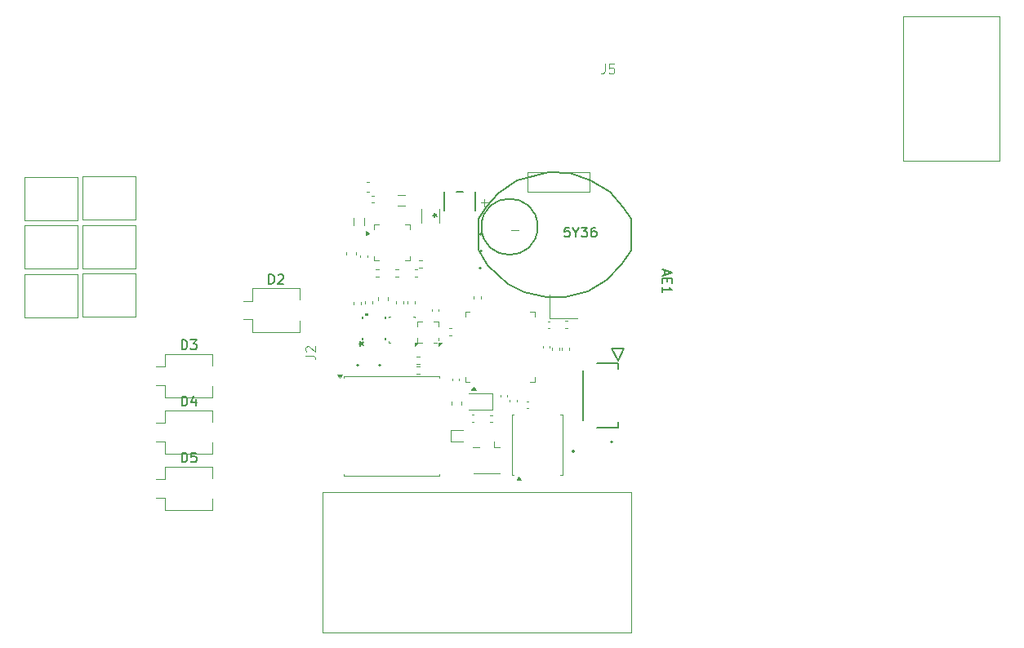
<source format=gbr>
%TF.GenerationSoftware,KiCad,Pcbnew,9.0.5*%
%TF.CreationDate,2025-10-31T14:43:10-07:00*%
%TF.ProjectId,digi_watch,64696769-5f77-4617-9463-682e6b696361,rev?*%
%TF.SameCoordinates,Original*%
%TF.FileFunction,Legend,Top*%
%TF.FilePolarity,Positive*%
%FSLAX46Y46*%
G04 Gerber Fmt 4.6, Leading zero omitted, Abs format (unit mm)*
G04 Created by KiCad (PCBNEW 9.0.5) date 2025-10-31 14:43:10*
%MOMM*%
%LPD*%
G01*
G04 APERTURE LIST*
%ADD10C,0.100000*%
%ADD11C,0.153000*%
%ADD12C,0.150000*%
%ADD13C,0.120000*%
%ADD14C,0.200000*%
%ADD15C,0.152400*%
%ADD16C,0.000000*%
G04 APERTURE END LIST*
D10*
X80450000Y-90750000D02*
X85950000Y-90750000D01*
X85950000Y-95250000D01*
X80450000Y-95250000D01*
X80450000Y-90750000D01*
X86450000Y-80625000D02*
X91950000Y-80625000D01*
X91950000Y-85125000D01*
X86450000Y-85125000D01*
X86450000Y-80625000D01*
D11*
X133606888Y-85850000D02*
G75*
G02*
X127793112Y-85850000I-2906888J0D01*
G01*
X127793112Y-85850000D02*
G75*
G02*
X133606888Y-85850000I2906888J0D01*
G01*
D10*
X111300000Y-113400000D02*
X143300000Y-113400000D01*
X143300000Y-127900000D01*
X111300000Y-127900000D01*
X111300000Y-113400000D01*
X132600000Y-80150000D02*
X139000000Y-80150000D01*
X139000000Y-82200000D01*
X132600000Y-82200000D01*
X132600000Y-80150000D01*
X80450000Y-80687500D02*
X85950000Y-80687500D01*
X85950000Y-85187500D01*
X80450000Y-85187500D01*
X80450000Y-80687500D01*
X86450000Y-90687500D02*
X91950000Y-90687500D01*
X91950000Y-95187500D01*
X86450000Y-95187500D01*
X86450000Y-90687500D01*
X80450000Y-85687500D02*
X85950000Y-85687500D01*
X85950000Y-90187500D01*
X80450000Y-90187500D01*
X80450000Y-85687500D01*
X86450000Y-85687500D02*
X91950000Y-85687500D01*
X91950000Y-90187500D01*
X86450000Y-90187500D01*
X86450000Y-85687500D01*
D11*
X137000000Y-80250000D02*
X139100000Y-81050000D01*
X141100000Y-82250000D01*
X142500000Y-83850000D01*
X143300000Y-85050000D01*
X143295086Y-88354914D01*
X142300000Y-89750000D01*
X140800000Y-91350000D01*
X138800000Y-92550000D01*
X136500000Y-93150000D01*
X134500000Y-93150000D01*
X132200000Y-92650000D01*
X130500000Y-91750000D01*
X128400000Y-89850000D01*
X127500000Y-88250000D01*
X127500000Y-85050000D01*
X128300000Y-83750000D01*
X129500000Y-82350000D01*
X131500000Y-81050000D01*
X134800000Y-80150000D01*
X137000000Y-80250000D01*
D10*
X171500000Y-64000000D02*
X181500000Y-64000000D01*
X181500000Y-79000000D01*
X171500000Y-79000000D01*
X171500000Y-64000000D01*
X127703884Y-83341466D02*
X128465789Y-83341466D01*
X128084836Y-83722419D02*
X128084836Y-82960514D01*
D11*
X136914942Y-85919663D02*
X136438752Y-85919663D01*
X136438752Y-85919663D02*
X136391133Y-86395853D01*
X136391133Y-86395853D02*
X136438752Y-86348234D01*
X136438752Y-86348234D02*
X136533990Y-86300615D01*
X136533990Y-86300615D02*
X136772085Y-86300615D01*
X136772085Y-86300615D02*
X136867323Y-86348234D01*
X136867323Y-86348234D02*
X136914942Y-86395853D01*
X136914942Y-86395853D02*
X136962561Y-86491091D01*
X136962561Y-86491091D02*
X136962561Y-86729186D01*
X136962561Y-86729186D02*
X136914942Y-86824424D01*
X136914942Y-86824424D02*
X136867323Y-86872044D01*
X136867323Y-86872044D02*
X136772085Y-86919663D01*
X136772085Y-86919663D02*
X136533990Y-86919663D01*
X136533990Y-86919663D02*
X136438752Y-86872044D01*
X136438752Y-86872044D02*
X136391133Y-86824424D01*
X137581609Y-86443472D02*
X137581609Y-86919663D01*
X137248276Y-85919663D02*
X137581609Y-86443472D01*
X137581609Y-86443472D02*
X137914942Y-85919663D01*
X138153038Y-85919663D02*
X138772085Y-85919663D01*
X138772085Y-85919663D02*
X138438752Y-86300615D01*
X138438752Y-86300615D02*
X138581609Y-86300615D01*
X138581609Y-86300615D02*
X138676847Y-86348234D01*
X138676847Y-86348234D02*
X138724466Y-86395853D01*
X138724466Y-86395853D02*
X138772085Y-86491091D01*
X138772085Y-86491091D02*
X138772085Y-86729186D01*
X138772085Y-86729186D02*
X138724466Y-86824424D01*
X138724466Y-86824424D02*
X138676847Y-86872044D01*
X138676847Y-86872044D02*
X138581609Y-86919663D01*
X138581609Y-86919663D02*
X138295895Y-86919663D01*
X138295895Y-86919663D02*
X138200657Y-86872044D01*
X138200657Y-86872044D02*
X138153038Y-86824424D01*
X139629228Y-85919663D02*
X139438752Y-85919663D01*
X139438752Y-85919663D02*
X139343514Y-85967282D01*
X139343514Y-85967282D02*
X139295895Y-86014901D01*
X139295895Y-86014901D02*
X139200657Y-86157758D01*
X139200657Y-86157758D02*
X139153038Y-86348234D01*
X139153038Y-86348234D02*
X139153038Y-86729186D01*
X139153038Y-86729186D02*
X139200657Y-86824424D01*
X139200657Y-86824424D02*
X139248276Y-86872044D01*
X139248276Y-86872044D02*
X139343514Y-86919663D01*
X139343514Y-86919663D02*
X139533990Y-86919663D01*
X139533990Y-86919663D02*
X139629228Y-86872044D01*
X139629228Y-86872044D02*
X139676847Y-86824424D01*
X139676847Y-86824424D02*
X139724466Y-86729186D01*
X139724466Y-86729186D02*
X139724466Y-86491091D01*
X139724466Y-86491091D02*
X139676847Y-86395853D01*
X139676847Y-86395853D02*
X139629228Y-86348234D01*
X139629228Y-86348234D02*
X139533990Y-86300615D01*
X139533990Y-86300615D02*
X139343514Y-86300615D01*
X139343514Y-86300615D02*
X139248276Y-86348234D01*
X139248276Y-86348234D02*
X139200657Y-86395853D01*
X139200657Y-86395853D02*
X139153038Y-86491091D01*
D10*
X130903884Y-86241466D02*
X131665789Y-86241466D01*
X109557419Y-99233333D02*
X110271704Y-99233333D01*
X110271704Y-99233333D02*
X110414561Y-99280952D01*
X110414561Y-99280952D02*
X110509800Y-99376190D01*
X110509800Y-99376190D02*
X110557419Y-99519047D01*
X110557419Y-99519047D02*
X110557419Y-99614285D01*
X109652657Y-98804761D02*
X109605038Y-98757142D01*
X109605038Y-98757142D02*
X109557419Y-98661904D01*
X109557419Y-98661904D02*
X109557419Y-98423809D01*
X109557419Y-98423809D02*
X109605038Y-98328571D01*
X109605038Y-98328571D02*
X109652657Y-98280952D01*
X109652657Y-98280952D02*
X109747895Y-98233333D01*
X109747895Y-98233333D02*
X109843133Y-98233333D01*
X109843133Y-98233333D02*
X109985990Y-98280952D01*
X109985990Y-98280952D02*
X110557419Y-98852380D01*
X110557419Y-98852380D02*
X110557419Y-98233333D01*
D12*
X105761905Y-91784819D02*
X105761905Y-90784819D01*
X105761905Y-90784819D02*
X106000000Y-90784819D01*
X106000000Y-90784819D02*
X106142857Y-90832438D01*
X106142857Y-90832438D02*
X106238095Y-90927676D01*
X106238095Y-90927676D02*
X106285714Y-91022914D01*
X106285714Y-91022914D02*
X106333333Y-91213390D01*
X106333333Y-91213390D02*
X106333333Y-91356247D01*
X106333333Y-91356247D02*
X106285714Y-91546723D01*
X106285714Y-91546723D02*
X106238095Y-91641961D01*
X106238095Y-91641961D02*
X106142857Y-91737200D01*
X106142857Y-91737200D02*
X106000000Y-91784819D01*
X106000000Y-91784819D02*
X105761905Y-91784819D01*
X106714286Y-90880057D02*
X106761905Y-90832438D01*
X106761905Y-90832438D02*
X106857143Y-90784819D01*
X106857143Y-90784819D02*
X107095238Y-90784819D01*
X107095238Y-90784819D02*
X107190476Y-90832438D01*
X107190476Y-90832438D02*
X107238095Y-90880057D01*
X107238095Y-90880057D02*
X107285714Y-90975295D01*
X107285714Y-90975295D02*
X107285714Y-91070533D01*
X107285714Y-91070533D02*
X107238095Y-91213390D01*
X107238095Y-91213390D02*
X106666667Y-91784819D01*
X106666667Y-91784819D02*
X107285714Y-91784819D01*
X96721905Y-110284819D02*
X96721905Y-109284819D01*
X96721905Y-109284819D02*
X96960000Y-109284819D01*
X96960000Y-109284819D02*
X97102857Y-109332438D01*
X97102857Y-109332438D02*
X97198095Y-109427676D01*
X97198095Y-109427676D02*
X97245714Y-109522914D01*
X97245714Y-109522914D02*
X97293333Y-109713390D01*
X97293333Y-109713390D02*
X97293333Y-109856247D01*
X97293333Y-109856247D02*
X97245714Y-110046723D01*
X97245714Y-110046723D02*
X97198095Y-110141961D01*
X97198095Y-110141961D02*
X97102857Y-110237200D01*
X97102857Y-110237200D02*
X96960000Y-110284819D01*
X96960000Y-110284819D02*
X96721905Y-110284819D01*
X98198095Y-109284819D02*
X97721905Y-109284819D01*
X97721905Y-109284819D02*
X97674286Y-109761009D01*
X97674286Y-109761009D02*
X97721905Y-109713390D01*
X97721905Y-109713390D02*
X97817143Y-109665771D01*
X97817143Y-109665771D02*
X98055238Y-109665771D01*
X98055238Y-109665771D02*
X98150476Y-109713390D01*
X98150476Y-109713390D02*
X98198095Y-109761009D01*
X98198095Y-109761009D02*
X98245714Y-109856247D01*
X98245714Y-109856247D02*
X98245714Y-110094342D01*
X98245714Y-110094342D02*
X98198095Y-110189580D01*
X98198095Y-110189580D02*
X98150476Y-110237200D01*
X98150476Y-110237200D02*
X98055238Y-110284819D01*
X98055238Y-110284819D02*
X97817143Y-110284819D01*
X97817143Y-110284819D02*
X97721905Y-110237200D01*
X97721905Y-110237200D02*
X97674286Y-110189580D01*
X122759418Y-84641599D02*
X122997513Y-84641599D01*
X122902275Y-84879694D02*
X122997513Y-84641599D01*
X122997513Y-84641599D02*
X122902275Y-84403504D01*
X123187989Y-84784456D02*
X122997513Y-84641599D01*
X122997513Y-84641599D02*
X123187989Y-84498742D01*
X122759418Y-84641599D02*
X122997513Y-84641599D01*
X122902275Y-84879694D02*
X122997513Y-84641599D01*
X122997513Y-84641599D02*
X122902275Y-84403504D01*
X123187989Y-84784456D02*
X122997513Y-84641599D01*
X122997513Y-84641599D02*
X123187989Y-84498742D01*
X96721905Y-98584819D02*
X96721905Y-97584819D01*
X96721905Y-97584819D02*
X96960000Y-97584819D01*
X96960000Y-97584819D02*
X97102857Y-97632438D01*
X97102857Y-97632438D02*
X97198095Y-97727676D01*
X97198095Y-97727676D02*
X97245714Y-97822914D01*
X97245714Y-97822914D02*
X97293333Y-98013390D01*
X97293333Y-98013390D02*
X97293333Y-98156247D01*
X97293333Y-98156247D02*
X97245714Y-98346723D01*
X97245714Y-98346723D02*
X97198095Y-98441961D01*
X97198095Y-98441961D02*
X97102857Y-98537200D01*
X97102857Y-98537200D02*
X96960000Y-98584819D01*
X96960000Y-98584819D02*
X96721905Y-98584819D01*
X97626667Y-97584819D02*
X98245714Y-97584819D01*
X98245714Y-97584819D02*
X97912381Y-97965771D01*
X97912381Y-97965771D02*
X98055238Y-97965771D01*
X98055238Y-97965771D02*
X98150476Y-98013390D01*
X98150476Y-98013390D02*
X98198095Y-98061009D01*
X98198095Y-98061009D02*
X98245714Y-98156247D01*
X98245714Y-98156247D02*
X98245714Y-98394342D01*
X98245714Y-98394342D02*
X98198095Y-98489580D01*
X98198095Y-98489580D02*
X98150476Y-98537200D01*
X98150476Y-98537200D02*
X98055238Y-98584819D01*
X98055238Y-98584819D02*
X97769524Y-98584819D01*
X97769524Y-98584819D02*
X97674286Y-98537200D01*
X97674286Y-98537200D02*
X97626667Y-98489580D01*
D10*
X140579744Y-68957419D02*
X140579744Y-69671704D01*
X140579744Y-69671704D02*
X140532125Y-69814561D01*
X140532125Y-69814561D02*
X140436887Y-69909800D01*
X140436887Y-69909800D02*
X140294030Y-69957419D01*
X140294030Y-69957419D02*
X140198792Y-69957419D01*
X141532125Y-68957419D02*
X141055935Y-68957419D01*
X141055935Y-68957419D02*
X141008316Y-69433609D01*
X141008316Y-69433609D02*
X141055935Y-69385990D01*
X141055935Y-69385990D02*
X141151173Y-69338371D01*
X141151173Y-69338371D02*
X141389268Y-69338371D01*
X141389268Y-69338371D02*
X141484506Y-69385990D01*
X141484506Y-69385990D02*
X141532125Y-69433609D01*
X141532125Y-69433609D02*
X141579744Y-69528847D01*
X141579744Y-69528847D02*
X141579744Y-69766942D01*
X141579744Y-69766942D02*
X141532125Y-69862180D01*
X141532125Y-69862180D02*
X141484506Y-69909800D01*
X141484506Y-69909800D02*
X141389268Y-69957419D01*
X141389268Y-69957419D02*
X141151173Y-69957419D01*
X141151173Y-69957419D02*
X141055935Y-69909800D01*
X141055935Y-69909800D02*
X141008316Y-69862180D01*
D12*
X115093019Y-97962899D02*
X115331114Y-97962899D01*
X115235876Y-98200994D02*
X115331114Y-97962899D01*
X115331114Y-97962899D02*
X115235876Y-97724804D01*
X115521590Y-98105756D02*
X115331114Y-97962899D01*
X115331114Y-97962899D02*
X115521590Y-97820042D01*
X115093019Y-97962899D02*
X115331114Y-97962899D01*
X115235876Y-98200994D02*
X115331114Y-97962899D01*
X115331114Y-97962899D02*
X115235876Y-97724804D01*
X115521590Y-98105756D02*
X115331114Y-97962899D01*
X115331114Y-97962899D02*
X115521590Y-97820042D01*
X96721905Y-104434819D02*
X96721905Y-103434819D01*
X96721905Y-103434819D02*
X96960000Y-103434819D01*
X96960000Y-103434819D02*
X97102857Y-103482438D01*
X97102857Y-103482438D02*
X97198095Y-103577676D01*
X97198095Y-103577676D02*
X97245714Y-103672914D01*
X97245714Y-103672914D02*
X97293333Y-103863390D01*
X97293333Y-103863390D02*
X97293333Y-104006247D01*
X97293333Y-104006247D02*
X97245714Y-104196723D01*
X97245714Y-104196723D02*
X97198095Y-104291961D01*
X97198095Y-104291961D02*
X97102857Y-104387200D01*
X97102857Y-104387200D02*
X96960000Y-104434819D01*
X96960000Y-104434819D02*
X96721905Y-104434819D01*
X98150476Y-103768152D02*
X98150476Y-104434819D01*
X97912381Y-103387200D02*
X97674286Y-104101485D01*
X97674286Y-104101485D02*
X98293333Y-104101485D01*
D11*
X146831051Y-90333333D02*
X146831051Y-90809523D01*
X146545336Y-90238095D02*
X147545336Y-90571428D01*
X147545336Y-90571428D02*
X146545336Y-90904761D01*
X147069146Y-91238095D02*
X147069146Y-91571428D01*
X146545336Y-91714285D02*
X146545336Y-91238095D01*
X146545336Y-91238095D02*
X147545336Y-91238095D01*
X147545336Y-91238095D02*
X147545336Y-91714285D01*
X146545336Y-92666666D02*
X146545336Y-92095238D01*
X146545336Y-92380952D02*
X147545336Y-92380952D01*
X147545336Y-92380952D02*
X147402479Y-92285714D01*
X147402479Y-92285714D02*
X147307241Y-92190476D01*
X147307241Y-92190476D02*
X147259622Y-92095238D01*
D13*
%TO.C,C7*%
X121590000Y-85398752D02*
X121590000Y-83976248D01*
X123410000Y-85398752D02*
X123410000Y-83976248D01*
D14*
%TO.C,Y3*%
X137400000Y-109150000D02*
G75*
G02*
X137200000Y-109150000I-100000J0D01*
G01*
X137200000Y-109150000D02*
G75*
G02*
X137400000Y-109150000I100000J0D01*
G01*
D13*
%TO.C,U7*%
X130965000Y-105340000D02*
X131160000Y-105340000D01*
X130965000Y-111560000D02*
X130965000Y-105340000D01*
X131160000Y-111560000D02*
X130965000Y-111560000D01*
X135990000Y-105340000D02*
X136185000Y-105340000D01*
X136185000Y-105340000D02*
X136185000Y-111560000D01*
X136185000Y-111560000D02*
X135990000Y-111560000D01*
X131905000Y-112120000D02*
X131425000Y-112120000D01*
X131665000Y-111790000D01*
X131905000Y-112120000D01*
G36*
X131905000Y-112120000D02*
G01*
X131425000Y-112120000D01*
X131665000Y-111790000D01*
X131905000Y-112120000D01*
G37*
%TO.C,Y1*%
X126440000Y-104860000D02*
X128960000Y-104860000D01*
X128960000Y-103140000D02*
X126440000Y-103140000D01*
X128960000Y-104860000D02*
X128960000Y-103140000D01*
%TO.C,C25*%
X124690000Y-104009420D02*
X124690000Y-104290580D01*
X125710000Y-104009420D02*
X125710000Y-104290580D01*
%TO.C,R9*%
X121163641Y-90307500D02*
X120856359Y-90307500D01*
X121163641Y-91067500D02*
X120856359Y-91067500D01*
%TO.C,C19*%
X117090000Y-93440580D02*
X117090000Y-93159420D01*
X118110000Y-93440580D02*
X118110000Y-93159420D01*
%TO.C,C1*%
X124740000Y-101787836D02*
X124740000Y-101572164D01*
X125460000Y-101787836D02*
X125460000Y-101572164D01*
%TO.C,C17*%
X134662164Y-95670000D02*
X134877836Y-95670000D01*
X134662164Y-96390000D02*
X134877836Y-96390000D01*
%TO.C,U2*%
X113540000Y-101340000D02*
X113540000Y-101490000D01*
X113540000Y-101340000D02*
X123460000Y-101340000D01*
X113540000Y-111510000D02*
X113540000Y-111660000D01*
X113540000Y-111660000D02*
X123460000Y-111660000D01*
X123460000Y-101340000D02*
X123460000Y-101490000D01*
X123460000Y-111510000D02*
X123460000Y-111660000D01*
X113070000Y-101490000D02*
X112830000Y-101160000D01*
X113310000Y-101160000D01*
X113070000Y-101490000D01*
G36*
X113070000Y-101490000D02*
G01*
X112830000Y-101160000D01*
X113310000Y-101160000D01*
X113070000Y-101490000D01*
G37*
%TO.C,D2*%
X104040000Y-92240000D02*
X104040000Y-93540000D01*
X104040000Y-92240000D02*
X108910000Y-92240000D01*
X104040000Y-93540000D02*
X103120000Y-93540000D01*
X104040000Y-95460000D02*
X103120000Y-95460000D01*
X104040000Y-95460000D02*
X104040000Y-96760000D01*
X108910000Y-92240000D02*
X108910000Y-93440000D01*
X108910000Y-95560000D02*
X108910000Y-96760000D01*
X108910000Y-96760000D02*
X104040000Y-96760000D01*
%TO.C,C21*%
X114540000Y-93887836D02*
X114540000Y-93672164D01*
X115260000Y-93887836D02*
X115260000Y-93672164D01*
%TO.C,C20*%
X115740000Y-93807836D02*
X115740000Y-93592164D01*
X116460000Y-93807836D02*
X116460000Y-93592164D01*
%TO.C,L2*%
X114540000Y-85699622D02*
X114540000Y-84900378D01*
X115660000Y-85699622D02*
X115660000Y-84900378D01*
%TO.C,U1*%
X116640000Y-85640000D02*
X117115000Y-85640000D01*
X116640000Y-86115000D02*
X116640000Y-85640000D01*
X116640000Y-89360000D02*
X116640000Y-88885000D01*
X117115000Y-89360000D02*
X116640000Y-89360000D01*
X119885000Y-85640000D02*
X120360000Y-85640000D01*
X120360000Y-85640000D02*
X120360000Y-86115000D01*
X120360000Y-88885000D02*
X120360000Y-89360000D01*
X120360000Y-89360000D02*
X119885000Y-89360000D01*
X116110000Y-86500000D02*
X115780000Y-86740000D01*
X115780000Y-86260000D01*
X116110000Y-86500000D01*
G36*
X116110000Y-86500000D02*
G01*
X115780000Y-86740000D01*
X115780000Y-86260000D01*
X116110000Y-86500000D01*
G37*
%TO.C,U4*%
X126090000Y-94690000D02*
X126565000Y-94690000D01*
X126090000Y-95165000D02*
X126090000Y-94690000D01*
X126090000Y-101910000D02*
X126090000Y-101435000D01*
X126565000Y-101910000D02*
X126090000Y-101910000D01*
X132835000Y-94690000D02*
X133310000Y-94690000D01*
X133310000Y-94690000D02*
X133310000Y-95165000D01*
X133310000Y-101435000D02*
X133310000Y-101910000D01*
X133310000Y-101910000D02*
X132835000Y-101910000D01*
X127190000Y-102770000D02*
X126710000Y-102770000D01*
X126950000Y-102440000D01*
X127190000Y-102770000D01*
G36*
X127190000Y-102770000D02*
G01*
X126710000Y-102770000D01*
X126950000Y-102440000D01*
X127190000Y-102770000D01*
G37*
%TO.C,C2*%
X134140000Y-98212164D02*
X134140000Y-98427836D01*
X134860000Y-98212164D02*
X134860000Y-98427836D01*
%TO.C,C11*%
X115859420Y-81240000D02*
X116140580Y-81240000D01*
X115859420Y-82260000D02*
X116140580Y-82260000D01*
%TO.C,D5*%
X95000000Y-110740000D02*
X95000000Y-112040000D01*
X95000000Y-110740000D02*
X99870000Y-110740000D01*
X95000000Y-112040000D02*
X94080000Y-112040000D01*
X95000000Y-113960000D02*
X94080000Y-113960000D01*
X95000000Y-113960000D02*
X95000000Y-115260000D01*
X99870000Y-110740000D02*
X99870000Y-111940000D01*
X99870000Y-114060000D02*
X99870000Y-115260000D01*
X99870000Y-115260000D02*
X95000000Y-115260000D01*
%TO.C,R8*%
X121653641Y-89307500D02*
X121346359Y-89307500D01*
X121653641Y-90067500D02*
X121346359Y-90067500D01*
%TO.C,R6*%
X118846359Y-90307500D02*
X119153641Y-90307500D01*
X118846359Y-91067500D02*
X119153641Y-91067500D01*
D15*
%TO.C,U9*%
X123924399Y-82190500D02*
X123924399Y-84197100D01*
X125887860Y-82190500D02*
X125212138Y-82190500D01*
X127175599Y-84197100D02*
X127175599Y-82190500D01*
%TO.C,Q5*%
X127769300Y-86600000D02*
G75*
G02*
X127616900Y-86600000I-76200J0D01*
G01*
X127616900Y-86600000D02*
G75*
G02*
X127769300Y-86600000I76200J0D01*
G01*
D13*
%TO.C,C3*%
X126990000Y-93287836D02*
X126990000Y-93072164D01*
X127710000Y-93287836D02*
X127710000Y-93072164D01*
%TO.C,C6*%
X122640000Y-94587836D02*
X122640000Y-94372164D01*
X123360000Y-94587836D02*
X123360000Y-94372164D01*
%TO.C,C24*%
X130740000Y-103792164D02*
X130740000Y-104007836D01*
X131460000Y-103792164D02*
X131460000Y-104007836D01*
%TO.C,C18*%
X136492164Y-95640000D02*
X136707836Y-95640000D01*
X136492164Y-96360000D02*
X136707836Y-96360000D01*
%TO.C,J3*%
X126900000Y-108735000D02*
X127540000Y-108735000D01*
X129060000Y-108735000D02*
X129060000Y-108105000D01*
X129650000Y-111455000D02*
X126950000Y-111455000D01*
X129700000Y-108735000D02*
X129060000Y-108735000D01*
%TO.C,C5*%
X118940000Y-93807836D02*
X118940000Y-93592164D01*
X119660000Y-93807836D02*
X119660000Y-93592164D01*
%TO.C,D3*%
X95000000Y-99040000D02*
X95000000Y-100340000D01*
X95000000Y-99040000D02*
X99870000Y-99040000D01*
X95000000Y-100340000D02*
X94080000Y-100340000D01*
X95000000Y-102260000D02*
X94080000Y-102260000D01*
X95000000Y-102260000D02*
X95000000Y-103560000D01*
X99870000Y-99040000D02*
X99870000Y-100240000D01*
X99870000Y-102360000D02*
X99870000Y-103560000D01*
X99870000Y-103560000D02*
X95000000Y-103560000D01*
%TO.C,L1*%
X119100378Y-82540000D02*
X119899622Y-82540000D01*
X119100378Y-83660000D02*
X119899622Y-83660000D01*
%TO.C,D6*%
X124590000Y-106940000D02*
X124590000Y-108160000D01*
X124590000Y-106940000D02*
X125900000Y-106940000D01*
X124590000Y-108160000D02*
X125900000Y-108160000D01*
%TO.C,Y2*%
X134890000Y-92890000D02*
X134890000Y-95310000D01*
X134890000Y-95310000D02*
X137710000Y-95310000D01*
%TO.C,R12*%
X121046359Y-99320000D02*
X121353641Y-99320000D01*
X121046359Y-100080000D02*
X121353641Y-100080000D01*
%TO.C,U5*%
X121137500Y-95650000D02*
X121637500Y-95650000D01*
X121137500Y-96150000D02*
X121137500Y-95650000D01*
X121137500Y-97350000D02*
X121137500Y-97350000D01*
X121137500Y-97850000D02*
X121137500Y-97350000D01*
X121637500Y-95650000D02*
X121637500Y-95650000D01*
X121637500Y-97850000D02*
X121137500Y-97850000D01*
X122837500Y-95650000D02*
X123337500Y-95650000D01*
X122837500Y-97850000D02*
X123137500Y-97850000D01*
X123337500Y-95650000D02*
X123337500Y-96150000D01*
X123337500Y-96150000D02*
X123337500Y-96150000D01*
X123337500Y-97350000D02*
X123337500Y-97650000D01*
X123337500Y-97850000D02*
X123337500Y-97850000D01*
X123337500Y-98210000D02*
X123337500Y-97850000D01*
X123697500Y-97850000D01*
X123337500Y-98210000D01*
G36*
X123337500Y-98210000D02*
G01*
X123337500Y-97850000D01*
X123697500Y-97850000D01*
X123337500Y-98210000D01*
G37*
%TO.C,C10*%
X113790000Y-88459420D02*
X113790000Y-88740580D01*
X114810000Y-88459420D02*
X114810000Y-88740580D01*
%TO.C,C8*%
X126987836Y-105340000D02*
X126772164Y-105340000D01*
X126987836Y-106060000D02*
X126772164Y-106060000D01*
%TO.C,C22*%
X132442164Y-103940000D02*
X132657836Y-103940000D01*
X132442164Y-104660000D02*
X132657836Y-104660000D01*
D15*
%TO.C,U6*%
X115431700Y-95143500D02*
X115431700Y-95325771D01*
X115431700Y-97374229D02*
X115431700Y-97556500D01*
X117844700Y-95325771D02*
X117844700Y-95143500D01*
X117844700Y-97556500D02*
X117844700Y-97374229D01*
D16*
G36*
X116078699Y-95118100D02*
G01*
X115697699Y-95118100D01*
X115697699Y-94864100D01*
X116078699Y-94864100D01*
X116078699Y-95118100D01*
G37*
D13*
%TO.C,C12*%
X116392164Y-82640000D02*
X116607836Y-82640000D01*
X116392164Y-83360000D02*
X116607836Y-83360000D01*
%TO.C,C14*%
X135140000Y-98392164D02*
X135140000Y-98607836D01*
X135860000Y-98392164D02*
X135860000Y-98607836D01*
%TO.C,C4*%
X120140000Y-93807836D02*
X120140000Y-93592164D01*
X120860000Y-93807836D02*
X120860000Y-93592164D01*
D15*
%TO.C,Q6*%
X141351200Y-108162100D02*
G75*
G02*
X141198800Y-108162100I-76200J0D01*
G01*
X141198800Y-108162100D02*
G75*
G02*
X141351200Y-108162100I76200J0D01*
G01*
%TO.C,J1*%
X138350000Y-100732711D02*
X138350000Y-105947276D01*
X139777175Y-106689986D02*
X141950000Y-106689986D01*
X141315000Y-98466000D02*
X141950000Y-99736000D01*
X141950000Y-99736000D02*
X142585000Y-98466000D01*
X141950000Y-99990000D02*
X139777174Y-99990000D01*
X141950000Y-100619960D02*
X141950000Y-99990000D01*
X141950000Y-106689986D02*
X141950000Y-106060039D01*
X142585000Y-98466000D02*
X141315000Y-98466000D01*
%TO.C,Q3*%
X127744300Y-90125000D02*
G75*
G02*
X127591900Y-90125000I-76200J0D01*
G01*
X127591900Y-90125000D02*
G75*
G02*
X127744300Y-90125000I76200J0D01*
G01*
%TO.C,Q2*%
X115038300Y-100225000D02*
G75*
G02*
X114885900Y-100225000I-76200J0D01*
G01*
X114885900Y-100225000D02*
G75*
G02*
X115038300Y-100225000I76200J0D01*
G01*
D13*
%TO.C,C26*%
X124657836Y-96390000D02*
X124442164Y-96390000D01*
X124657836Y-97110000D02*
X124442164Y-97110000D01*
%TO.C,R7*%
X116836359Y-90307500D02*
X117143641Y-90307500D01*
X116836359Y-91067500D02*
X117143641Y-91067500D01*
D15*
%TO.C,Q4*%
X127814100Y-88375000D02*
G75*
G02*
X127661700Y-88375000I-76200J0D01*
G01*
X127661700Y-88375000D02*
G75*
G02*
X127814100Y-88375000I76200J0D01*
G01*
D13*
%TO.C,C23*%
X115240000Y-88792164D02*
X115240000Y-89007836D01*
X115960000Y-88792164D02*
X115960000Y-89007836D01*
%TO.C,D4*%
X95000000Y-104890000D02*
X95000000Y-106190000D01*
X95000000Y-104890000D02*
X99870000Y-104890000D01*
X95000000Y-106190000D02*
X94080000Y-106190000D01*
X95000000Y-108110000D02*
X94080000Y-108110000D01*
X95000000Y-108110000D02*
X95000000Y-109410000D01*
X99870000Y-104890000D02*
X99870000Y-106090000D01*
X99870000Y-108210000D02*
X99870000Y-109410000D01*
X99870000Y-109410000D02*
X95000000Y-109410000D01*
D10*
%TO.C,U3*%
X118150000Y-95150000D02*
X118150000Y-95300000D01*
X118150000Y-95150000D02*
X118300000Y-95150000D01*
X118150000Y-97850000D02*
X118150000Y-97700000D01*
X118300000Y-97850000D02*
X118150000Y-97850000D01*
X120850000Y-95140000D02*
X120700000Y-95140000D01*
X120850000Y-95150000D02*
X120850000Y-95300000D01*
D13*
X120850000Y-98210000D02*
X120850000Y-97850000D01*
X121210000Y-97850000D01*
X120850000Y-98210000D01*
G36*
X120850000Y-98210000D02*
G01*
X120850000Y-97850000D01*
X121210000Y-97850000D01*
X120850000Y-98210000D01*
G37*
%TO.C,R11*%
X121056359Y-100320000D02*
X121363641Y-100320000D01*
X121056359Y-101080000D02*
X121363641Y-101080000D01*
D15*
%TO.C,Q1*%
X117338300Y-100225000D02*
G75*
G02*
X117185900Y-100225000I-76200J0D01*
G01*
X117185900Y-100225000D02*
G75*
G02*
X117338300Y-100225000I76200J0D01*
G01*
D13*
%TO.C,C15*%
X136140000Y-98392164D02*
X136140000Y-98607836D01*
X136860000Y-98392164D02*
X136860000Y-98607836D01*
%TO.C,C9*%
X128672164Y-105390000D02*
X128887836Y-105390000D01*
X128672164Y-106110000D02*
X128887836Y-106110000D01*
%TO.C,C16*%
X129740000Y-103507836D02*
X129740000Y-103292164D01*
X130460000Y-103507836D02*
X130460000Y-103292164D01*
%TD*%
M02*

</source>
